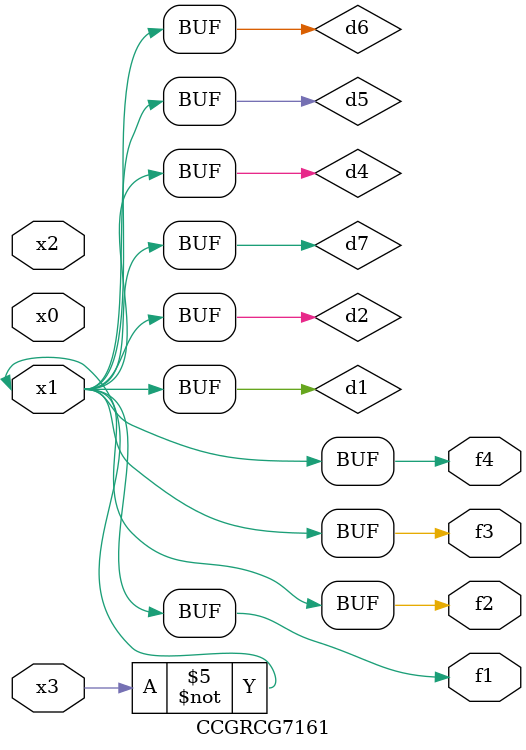
<source format=v>
module CCGRCG7161(
	input x0, x1, x2, x3,
	output f1, f2, f3, f4
);

	wire d1, d2, d3, d4, d5, d6, d7;

	not (d1, x3);
	buf (d2, x1);
	xnor (d3, d1, d2);
	nor (d4, d1);
	buf (d5, d1, d2);
	buf (d6, d4, d5);
	nand (d7, d4);
	assign f1 = d6;
	assign f2 = d7;
	assign f3 = d6;
	assign f4 = d6;
endmodule

</source>
